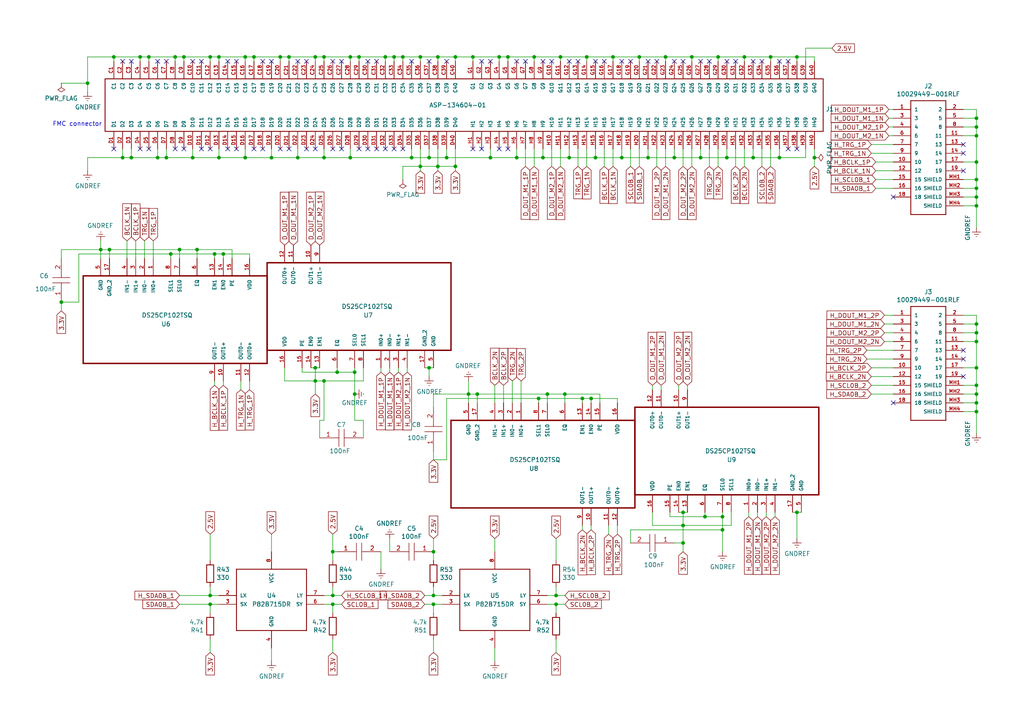
<source format=kicad_sch>
(kicad_sch (version 20211123) (generator eeschema)
  (paper "A4")
  (title_block (title "VMM3a hybrid adapter card for Xilinx Kintex 7 eval board") (date "2019-12-05") (company "ESS/CERN"))
  (junction (at 165.1 45.72))
  (junction (at 162.56 16.51))
  (junction (at 57.15 72.39))
  (junction (at 231.14 16.51))
  (junction (at 86.36 45.72))
  (junction (at 231.14 148.59))
  (junction (at 138.43 114.3))
  (junction (at 125.73 160.02))
  (junction (at 25.4 24.13))
  (junction (at 91.44 110.49))
  (junction (at 283.21 59.69))
  (junction (at 73.66 16.51))
  (junction (at 35.56 45.72))
  (junction (at 283.21 36.83))
  (junction (at 236.22 45.72))
  (junction (at 124.46 106.68))
  (junction (at 170.18 16.51))
  (junction (at 33.02 16.51))
  (junction (at 180.34 45.72))
  (junction (at 209.55 149.86))
  (junction (at 125.73 172.72))
  (junction (at 91.44 106.68))
  (junction (at 154.94 16.51))
  (junction (at 208.28 16.51))
  (junction (at 210.82 45.72))
  (junction (at 132.08 48.26))
  (junction (at 157.48 45.72))
  (junction (at 215.9 16.51))
  (junction (at 45.72 45.72))
  (junction (at 104.14 16.51))
  (junction (at 283.21 57.15))
  (junction (at 203.2 45.72))
  (junction (at 78.74 45.72))
  (junction (at 156.21 115.57))
  (junction (at 144.78 16.51))
  (junction (at 149.86 45.72))
  (junction (at 63.5 16.51))
  (junction (at 142.24 45.72))
  (junction (at 283.21 99.06))
  (junction (at 101.6 16.51))
  (junction (at 204.47 149.86))
  (junction (at 226.06 45.72))
  (junction (at 283.21 106.68))
  (junction (at 55.88 45.72))
  (junction (at 218.44 45.72))
  (junction (at 102.87 107.95))
  (junction (at 93.98 45.72))
  (junction (at 71.12 45.72))
  (junction (at 187.96 45.72))
  (junction (at 283.21 96.52))
  (junction (at 283.21 54.61))
  (junction (at 283.21 52.07))
  (junction (at 52.07 72.39))
  (junction (at 29.21 72.39))
  (junction (at 125.73 175.26))
  (junction (at 171.45 115.57))
  (junction (at 223.52 16.51))
  (junction (at 114.3 16.51))
  (junction (at 93.98 110.49))
  (junction (at 283.21 34.29))
  (junction (at 129.54 45.72))
  (junction (at 209.55 153.67))
  (junction (at 283.21 93.98))
  (junction (at 48.26 45.72))
  (junction (at 132.08 16.51))
  (junction (at 96.52 172.72))
  (junction (at 185.42 16.51))
  (junction (at 119.38 45.72))
  (junction (at 137.16 16.51))
  (junction (at 124.46 45.72))
  (junction (at 96.52 160.02))
  (junction (at 283.21 39.37))
  (junction (at 93.98 16.51))
  (junction (at 38.1 45.72))
  (junction (at 198.12 148.59))
  (junction (at 53.34 16.51))
  (junction (at 116.84 16.51))
  (junction (at 96.52 175.26))
  (junction (at 102.87 114.3))
  (junction (at 198.12 152.4))
  (junction (at 63.5 45.72))
  (junction (at 49.53 73.66))
  (junction (at 43.18 16.51))
  (junction (at 50.8 16.51))
  (junction (at 62.23 73.66))
  (junction (at 283.21 111.76))
  (junction (at 158.75 114.3))
  (junction (at 111.76 16.51))
  (junction (at 40.64 16.51))
  (junction (at 198.12 157.48))
  (junction (at 83.82 16.51))
  (junction (at 177.8 16.51))
  (junction (at 81.28 16.51))
  (junction (at 200.66 16.51))
  (junction (at 161.29 175.26))
  (junction (at 17.78 87.63))
  (junction (at 64.77 73.66))
  (junction (at 172.72 45.72))
  (junction (at 283.21 119.38))
  (junction (at 283.21 114.3))
  (junction (at 283.21 46.99))
  (junction (at 168.91 115.57))
  (junction (at 121.92 16.51))
  (junction (at 193.04 16.51))
  (junction (at 97.79 107.95))
  (junction (at 283.21 116.84))
  (junction (at 121.92 48.26))
  (junction (at 147.32 16.51))
  (junction (at 161.29 172.72))
  (junction (at 60.96 16.51))
  (junction (at 71.12 16.51))
  (junction (at 101.6 45.72))
  (junction (at 60.96 172.72))
  (junction (at 135.89 114.3))
  (junction (at 163.83 114.3))
  (junction (at 127 16.51))
  (junction (at 127 48.26))
  (junction (at 195.58 45.72))
  (junction (at 31.75 72.39))
  (junction (at 60.96 175.26))
  (junction (at 91.44 16.51))
  (no_connect (at 149.86 17.78))
  (no_connect (at 83.82 43.18))
  (no_connect (at 228.6 17.78))
  (no_connect (at 43.18 43.18))
  (no_connect (at 213.36 17.78))
  (no_connect (at 45.72 17.78))
  (no_connect (at 139.7 43.18))
  (no_connect (at 109.22 43.18))
  (no_connect (at 157.48 17.78))
  (no_connect (at 86.36 17.78))
  (no_connect (at 109.22 17.78))
  (no_connect (at 187.96 17.78))
  (no_connect (at 190.5 17.78))
  (no_connect (at 152.4 17.78))
  (no_connect (at 119.38 17.78))
  (no_connect (at 104.14 43.18))
  (no_connect (at 144.78 43.18))
  (no_connect (at 205.74 17.78))
  (no_connect (at 172.72 17.78))
  (no_connect (at 88.9 17.78))
  (no_connect (at 55.88 17.78))
  (no_connect (at 88.9 43.18))
  (no_connect (at 279.4 104.14))
  (no_connect (at 137.16 43.18))
  (no_connect (at 147.32 43.18))
  (no_connect (at 33.02 43.18))
  (no_connect (at 99.06 43.18))
  (no_connect (at 182.88 17.78))
  (no_connect (at 76.2 17.78))
  (no_connect (at 60.96 43.18))
  (no_connect (at 279.4 41.91))
  (no_connect (at 99.06 17.78))
  (no_connect (at 198.12 17.78))
  (no_connect (at 160.02 17.78))
  (no_connect (at 40.64 43.18))
  (no_connect (at 139.7 17.78))
  (no_connect (at 35.56 17.78))
  (no_connect (at 58.42 43.18))
  (no_connect (at 279.4 49.53))
  (no_connect (at 50.8 43.18))
  (no_connect (at 66.04 17.78))
  (no_connect (at 231.14 43.18))
  (no_connect (at 210.82 17.78))
  (no_connect (at 48.26 17.78))
  (no_connect (at 124.46 17.78))
  (no_connect (at 66.04 43.18))
  (no_connect (at 53.34 43.18))
  (no_connect (at 175.26 17.78))
  (no_connect (at 259.08 57.15))
  (no_connect (at 81.28 43.18))
  (no_connect (at 165.1 17.78))
  (no_connect (at 96.52 17.78))
  (no_connect (at 38.1 17.78))
  (no_connect (at 259.08 116.84))
  (no_connect (at 68.58 43.18))
  (no_connect (at 73.66 43.18))
  (no_connect (at 58.42 17.78))
  (no_connect (at 228.6 43.18))
  (no_connect (at 111.76 43.18))
  (no_connect (at 129.54 17.78))
  (no_connect (at 279.4 101.6))
  (no_connect (at 114.3 43.18))
  (no_connect (at 167.64 17.78))
  (no_connect (at 218.44 17.78))
  (no_connect (at 106.68 43.18))
  (no_connect (at 203.2 17.78))
  (no_connect (at 180.34 17.78))
  (no_connect (at 142.24 17.78))
  (no_connect (at 68.58 17.78))
  (no_connect (at 91.44 43.18))
  (no_connect (at 220.98 17.78))
  (no_connect (at 195.58 17.78))
  (no_connect (at 279.4 44.45))
  (no_connect (at 106.68 17.78))
  (no_connect (at 76.2 43.18))
  (no_connect (at 279.4 109.22))
  (no_connect (at 116.84 43.18))
  (no_connect (at 226.06 17.78))
  (no_connect (at 96.52 43.18))
  (no_connect (at 78.74 17.78))
  (wire (pts (xy 257.81 39.37) (xy 259.08 39.37)))
  (wire (pts (xy 168.91 115.57) (xy 168.91 116.84)))
  (wire (pts (xy 101.6 17.78) (xy 101.6 16.51)))
  (wire (pts (xy 36.83 69.85) (xy 36.83 74.93)))
  (wire (pts (xy 71.12 17.78) (xy 71.12 16.51)))
  (wire (pts (xy 96.52 170.18) (xy 96.52 172.72)))
  (wire (pts (xy 257.81 31.75) (xy 259.08 31.75)))
  (wire (pts (xy 194.31 149.86) (xy 204.47 149.86)))
  (wire (pts (xy 224.79 148.59) (xy 224.79 149.86)))
  (wire (pts (xy 125.73 189.23) (xy 125.73 185.42)))
  (wire (pts (xy 129.54 133.35) (xy 129.54 115.57)))
  (wire (pts (xy 226.06 45.72) (xy 218.44 45.72)))
  (wire (pts (xy 86.36 43.18) (xy 86.36 45.72)))
  (wire (pts (xy 279.4 119.38) (xy 283.21 119.38)))
  (wire (pts (xy 127 43.18) (xy 127 48.26)))
  (wire (pts (xy 218.44 43.18) (xy 218.44 45.72)))
  (wire (pts (xy 125.73 114.3) (xy 135.89 114.3)))
  (wire (pts (xy 172.72 43.18) (xy 172.72 45.72)))
  (wire (pts (xy 189.23 113.03) (xy 189.23 111.76)))
  (wire (pts (xy 283.21 119.38) (xy 283.21 125.73)))
  (wire (pts (xy 127 17.78) (xy 127 16.51)))
  (wire (pts (xy 25.4 24.13) (xy 25.4 26.67)))
  (wire (pts (xy 38.1 43.18) (xy 38.1 45.72)))
  (wire (pts (xy 60.96 172.72) (xy 63.5 172.72)))
  (wire (pts (xy 203.2 45.72) (xy 195.58 45.72)))
  (wire (pts (xy 93.98 45.72) (xy 86.36 45.72)))
  (wire (pts (xy 67.31 72.39) (xy 67.31 74.93)))
  (wire (pts (xy 229.87 148.59) (xy 231.14 148.59)))
  (wire (pts (xy 252.73 114.3) (xy 259.08 114.3)))
  (wire (pts (xy 283.21 96.52) (xy 283.21 99.06)))
  (wire (pts (xy 219.71 148.59) (xy 219.71 149.86)))
  (wire (pts (xy 233.68 45.72) (xy 226.06 45.72)))
  (wire (pts (xy 138.43 116.84) (xy 138.43 114.3)))
  (wire (pts (xy 127 48.26) (xy 132.08 48.26)))
  (wire (pts (xy 215.9 43.18) (xy 215.9 48.26)))
  (wire (pts (xy 257.81 34.29) (xy 259.08 34.29)))
  (wire (pts (xy 119.38 45.72) (xy 101.6 45.72)))
  (wire (pts (xy 33.02 16.51) (xy 40.64 16.51)))
  (wire (pts (xy 149.86 43.18) (xy 149.86 45.72)))
  (wire (pts (xy 125.73 114.3) (xy 125.73 118.11)))
  (wire (pts (xy 116.84 17.78) (xy 116.84 16.51)))
  (wire (pts (xy 157.48 43.18) (xy 157.48 45.72)))
  (wire (pts (xy 62.23 73.66) (xy 64.77 73.66)))
  (wire (pts (xy 143.51 156.21) (xy 143.51 160.02)))
  (wire (pts (xy 172.72 45.72) (xy 165.1 45.72)))
  (wire (pts (xy 93.98 17.78) (xy 93.98 16.51)))
  (wire (pts (xy 254 54.61) (xy 259.08 54.61)))
  (wire (pts (xy 124.46 45.72) (xy 119.38 45.72)))
  (wire (pts (xy 60.96 17.78) (xy 60.96 16.51)))
  (wire (pts (xy 93.98 43.18) (xy 93.98 45.72)))
  (wire (pts (xy 254 46.99) (xy 259.08 46.99)))
  (wire (pts (xy 132.08 48.26) (xy 132.08 49.53)))
  (wire (pts (xy 87.63 107.95) (xy 97.79 107.95)))
  (wire (pts (xy 123.19 175.26) (xy 125.73 175.26)))
  (wire (pts (xy 96.52 154.94) (xy 96.52 160.02)))
  (wire (pts (xy 38.1 45.72) (xy 35.56 45.72)))
  (wire (pts (xy 185.42 16.51) (xy 193.04 16.51)))
  (wire (pts (xy 176.53 154.94) (xy 176.53 152.4)))
  (wire (pts (xy 283.21 57.15) (xy 283.21 54.61)))
  (wire (pts (xy 233.68 13.97) (xy 233.68 17.78)))
  (wire (pts (xy 195.58 45.72) (xy 187.96 45.72)))
  (wire (pts (xy 279.4 91.44) (xy 283.21 91.44)))
  (wire (pts (xy 168.91 115.57) (xy 171.45 115.57)))
  (wire (pts (xy 110.49 106.68) (xy 110.49 107.95)))
  (wire (pts (xy 283.21 34.29) (xy 283.21 31.75)))
  (wire (pts (xy 147.32 17.78) (xy 147.32 16.51)))
  (wire (pts (xy 132.08 43.18) (xy 132.08 48.26)))
  (wire (pts (xy 129.54 115.57) (xy 156.21 115.57)))
  (wire (pts (xy 104.14 17.78) (xy 104.14 16.51)))
  (wire (pts (xy 115.57 106.68) (xy 115.57 107.95)))
  (wire (pts (xy 138.43 114.3) (xy 158.75 114.3)))
  (wire (pts (xy 17.78 90.17) (xy 17.78 87.63)))
  (wire (pts (xy 210.82 43.18) (xy 210.82 45.72)))
  (wire (pts (xy 200.66 43.18) (xy 200.66 48.26)))
  (wire (pts (xy 91.44 110.49) (xy 82.55 110.49)))
  (wire (pts (xy 101.6 43.18) (xy 101.6 45.72)))
  (wire (pts (xy 190.5 43.18) (xy 190.5 48.26)))
  (wire (pts (xy 156.21 115.57) (xy 168.91 115.57)))
  (wire (pts (xy 161.29 177.8) (xy 161.29 175.26)))
  (wire (pts (xy 200.66 17.78) (xy 200.66 16.51)))
  (wire (pts (xy 156.21 116.84) (xy 156.21 115.57)))
  (wire (pts (xy 151.13 116.84) (xy 151.13 110.49)))
  (wire (pts (xy 17.78 74.93) (xy 17.78 72.39)))
  (wire (pts (xy 45.72 45.72) (xy 38.1 45.72)))
  (wire (pts (xy 283.21 46.99) (xy 283.21 39.37)))
  (wire (pts (xy 63.5 45.72) (xy 55.88 45.72)))
  (wire (pts (xy 104.14 16.51) (xy 111.76 16.51)))
  (wire (pts (xy 177.8 17.78) (xy 177.8 16.51)))
  (wire (pts (xy 198.12 148.59) (xy 196.85 148.59)))
  (wire (pts (xy 81.28 16.51) (xy 83.82 16.51)))
  (wire (pts (xy 177.8 43.18) (xy 177.8 48.26)))
  (wire (pts (xy 180.34 43.18) (xy 180.34 45.72)))
  (wire (pts (xy 193.04 16.51) (xy 200.66 16.51)))
  (wire (pts (xy 148.59 110.49) (xy 148.59 116.84)))
  (wire (pts (xy 114.3 17.78) (xy 114.3 16.51)))
  (wire (pts (xy 175.26 43.18) (xy 175.26 48.26)))
  (wire (pts (xy 218.44 45.72) (xy 210.82 45.72)))
  (wire (pts (xy 196.85 113.03) (xy 196.85 111.76)))
  (wire (pts (xy 152.4 43.18) (xy 152.4 48.26)))
  (wire (pts (xy 144.78 17.78) (xy 144.78 16.51)))
  (wire (pts (xy 193.04 17.78) (xy 193.04 16.51)))
  (wire (pts (xy 93.98 16.51) (xy 101.6 16.51)))
  (wire (pts (xy 171.45 153.67) (xy 171.45 152.4)))
  (wire (pts (xy 233.68 13.97) (xy 241.3 13.97)))
  (wire (pts (xy 157.48 45.72) (xy 149.86 45.72)))
  (wire (pts (xy 71.12 43.18) (xy 71.12 45.72)))
  (wire (pts (xy 252.73 41.91) (xy 259.08 41.91)))
  (wire (pts (xy 49.53 73.66) (xy 62.23 73.66)))
  (wire (pts (xy 252.73 44.45) (xy 259.08 44.45)))
  (wire (pts (xy 97.79 106.68) (xy 97.79 107.95)))
  (wire (pts (xy 168.91 153.67) (xy 168.91 152.4)))
  (wire (pts (xy 82.55 106.68) (xy 82.55 110.49)))
  (wire (pts (xy 78.74 191.77) (xy 78.74 187.96)))
  (wire (pts (xy 96.52 175.26) (xy 99.06 175.26)))
  (wire (pts (xy 283.21 31.75) (xy 279.4 31.75)))
  (wire (pts (xy 194.31 148.59) (xy 194.31 149.86)))
  (wire (pts (xy 116.84 52.07) (xy 116.84 48.26)))
  (wire (pts (xy 198.12 152.4) (xy 189.23 152.4)))
  (wire (pts (xy 209.55 149.86) (xy 209.55 153.67)))
  (wire (pts (xy 251.46 101.6) (xy 259.08 101.6)))
  (wire (pts (xy 252.73 109.22) (xy 259.08 109.22)))
  (wire (pts (xy 92.71 127) (xy 92.71 121.92)))
  (wire (pts (xy 105.41 110.49) (xy 93.98 110.49)))
  (wire (pts (xy 142.24 45.72) (xy 129.54 45.72)))
  (wire (pts (xy 279.4 54.61) (xy 283.21 54.61)))
  (wire (pts (xy 35.56 43.18) (xy 35.56 45.72)))
  (wire (pts (xy 119.38 43.18) (xy 119.38 45.72)))
  (wire (pts (xy 146.05 116.84) (xy 146.05 111.76)))
  (wire (pts (xy 41.91 74.93) (xy 41.91 69.85)))
  (wire (pts (xy 254 52.07) (xy 259.08 52.07)))
  (wire (pts (xy 212.09 148.59) (xy 212.09 152.4)))
  (wire (pts (xy 101.6 45.72) (xy 93.98 45.72)))
  (wire (pts (xy 62.23 111.76) (xy 62.23 110.49)))
  (wire (pts (xy 163.83 116.84) (xy 163.83 114.3)))
  (wire (pts (xy 279.4 59.69) (xy 283.21 59.69)))
  (wire (pts (xy 161.29 170.18) (xy 161.29 172.72)))
  (wire (pts (xy 283.21 116.84) (xy 283.21 119.38)))
  (wire (pts (xy 283.21 114.3) (xy 283.21 116.84)))
  (wire (pts (xy 121.92 48.26) (xy 127 48.26)))
  (wire (pts (xy 137.16 16.51) (xy 144.78 16.51)))
  (wire (pts (xy 215.9 17.78) (xy 215.9 16.51)))
  (wire (pts (xy 283.21 111.76) (xy 283.21 114.3)))
  (wire (pts (xy 161.29 172.72) (xy 163.83 172.72)))
  (wire (pts (xy 215.9 16.51) (xy 223.52 16.51)))
  (wire (pts (xy 209.55 148.59) (xy 209.55 149.86)))
  (wire (pts (xy 162.56 43.18) (xy 162.56 48.26)))
  (wire (pts (xy 283.21 93.98) (xy 283.21 96.52)))
  (wire (pts (xy 49.53 74.93) (xy 49.53 73.66)))
  (wire (pts (xy 132.08 16.51) (xy 132.08 17.78)))
  (wire (pts (xy 102.87 114.3) (xy 102.87 121.92)))
  (wire (pts (xy 105.41 121.92) (xy 102.87 121.92)))
  (wire (pts (xy 110.49 160.02) (xy 110.49 165.1)))
  (wire (pts (xy 121.92 48.26) (xy 121.92 49.53)))
  (wire (pts (xy 64.77 73.66) (xy 64.77 74.93)))
  (wire (pts (xy 125.73 130.81) (xy 125.73 133.35)))
  (wire (pts (xy 55.88 45.72) (xy 48.26 45.72)))
  (wire (pts (xy 182.88 43.18) (xy 182.88 48.26)))
  (wire (pts (xy 205.74 43.18) (xy 205.74 48.26)))
  (wire (pts (xy 143.51 187.96) (xy 143.51 191.77)))
  (wire (pts (xy 63.5 17.78) (xy 63.5 16.51)))
  (wire (pts (xy 231.14 148.59) (xy 231.14 156.21)))
  (wire (pts (xy 102.87 107.95) (xy 102.87 114.3)))
  (wire (pts (xy 187.96 43.18) (xy 187.96 45.72)))
  (wire (pts (xy 204.47 148.59) (xy 204.47 149.86)))
  (wire (pts (xy 125.73 160.02) (xy 125.73 162.56)))
  (wire (pts (xy 78.74 43.18) (xy 78.74 45.72)))
  (wire (pts (xy 124.46 109.22) (xy 124.46 106.68)))
  (wire (pts (xy 231.14 16.51) (xy 236.22 16.51)))
  (wire (pts (xy 167.64 43.18) (xy 167.64 48.26)))
  (wire (pts (xy 254 49.53) (xy 259.08 49.53)))
  (wire (pts (xy 69.85 113.03) (xy 69.85 110.49)))
  (wire (pts (xy 60.96 16.51) (xy 63.5 16.51)))
  (wire (pts (xy 64.77 73.66) (xy 72.39 73.66)))
  (wire (pts (xy 283.21 36.83) (xy 283.21 34.29)))
  (wire (pts (xy 252.73 106.68) (xy 259.08 106.68)))
  (wire (pts (xy 171.45 115.57) (xy 179.07 115.57)))
  (wire (pts (xy 90.17 106.68) (xy 91.44 106.68)))
  (wire (pts (xy 135.89 114.3) (xy 135.89 116.84)))
  (wire (pts (xy 105.41 127) (xy 105.41 121.92)))
  (wire (pts (xy 279.4 106.68) (xy 283.21 106.68)))
  (wire (pts (xy 279.4 116.84) (xy 283.21 116.84)))
  (wire (pts (xy 35.56 45.72) (xy 25.4 45.72)))
  (wire (pts (xy 124.46 106.68) (xy 125.73 106.68)))
  (wire (pts (xy 116.84 16.51) (xy 121.92 16.51)))
  (wire (pts (xy 63.5 16.51) (xy 71.12 16.51)))
  (wire (pts (xy 283.21 106.68) (xy 283.21 111.76)))
  (wire (pts (xy 162.56 17.78) (xy 162.56 16.51)))
  (wire (pts (xy 91.44 106.68) (xy 92.71 106.68)))
  (wire (pts (xy 158.75 116.84) (xy 158.75 114.3)))
  (wire (pts (xy 33.02 16.51) (xy 25.4 16.51)))
  (wire (pts (xy 96.52 160.02) (xy 97.79 160.02)))
  (wire (pts (xy 182.88 157.48) (xy 182.88 153.67)))
  (wire (pts (xy 121.92 43.18) (xy 121.92 48.26)))
  (wire (pts (xy 83.82 16.51) (xy 91.44 16.51)))
  (wire (pts (xy 182.88 153.67) (xy 209.55 153.67)))
  (wire (pts (xy 71.12 16.51) (xy 73.66 16.51)))
  (wire (pts (xy 113.03 106.68) (xy 113.03 107.95)))
  (wire (pts (xy 135.89 114.3) (xy 135.89 110.49)))
  (wire (pts (xy 283.21 59.69) (xy 283.21 57.15)))
  (wire (pts (xy 279.4 99.06) (xy 283.21 99.06)))
  (wire (pts (xy 162.56 16.51) (xy 170.18 16.51)))
  (wire (pts (xy 209.55 153.67) (xy 209.55 160.02)))
  (wire (pts (xy 170.18 17.78) (xy 170.18 16.51)))
  (wire (pts (xy 213.36 43.18) (xy 213.36 48.26)))
  (wire (pts (xy 57.15 72.39) (xy 67.31 72.39)))
  (wire (pts (xy 78.74 160.02) (xy 78.74 154.94)))
  (wire (pts (xy 179.07 115.57) (xy 179.07 116.84)))
  (wire (pts (xy 256.54 99.06) (xy 259.08 99.06)))
  (wire (pts (xy 189.23 148.59) (xy 189.23 152.4)))
  (wire (pts (xy 44.45 74.93) (xy 44.45 69.85)))
  (wire (pts (xy 81.28 17.78) (xy 81.28 16.51)))
  (wire (pts (xy 279.4 52.07) (xy 283.21 52.07)))
  (wire (pts (xy 55.88 43.18) (xy 55.88 45.72)))
  (wire (pts (xy 29.21 72.39) (xy 17.78 72.39)))
  (wire (pts (xy 283.21 99.06) (xy 283.21 106.68)))
  (wire (pts (xy 223.52 43.18) (xy 223.52 48.26)))
  (wire (pts (xy 129.54 43.18) (xy 129.54 45.72)))
  (wire (pts (xy 142.24 43.18) (xy 142.24 45.72)))
  (wire (pts (xy 31.75 74.93) (xy 31.75 72.39)))
  (wire (pts (xy 144.78 16.51) (xy 147.32 16.51)))
  (wire (pts (xy 73.66 17.78) (xy 73.66 16.51)))
  (wire (pts (xy 72.39 74.93) (xy 72.39 73.66)))
  (wire (pts (xy 60.96 170.18) (xy 60.96 172.72)))
  (wire (pts (xy 231.14 148.59) (xy 232.41 148.59)))
  (wire (pts (xy 105.41 106.68) (xy 105.41 110.49)))
  (wire (pts (xy 283.21 52.07) (xy 283.21 46.99)))
  (wire (pts (xy 125.73 170.18) (xy 125.73 172.72)))
  (wire (pts (xy 71.12 45.72) (xy 63.5 45.72)))
  (wire (pts (xy 154.94 16.51) (xy 162.56 16.51)))
  (wire (pts (xy 40.64 17.78) (xy 40.64 16.51)))
  (wire (pts (xy 208.28 43.18) (xy 208.28 48.26)))
  (wire (pts (xy 279.4 96.52) (xy 283.21 96.52)))
  (wire (pts (xy 279.4 114.3) (xy 283.21 114.3)))
  (wire (pts (xy 170.18 43.18) (xy 170.18 48.26)))
  (wire (pts (xy 48.26 43.18) (xy 48.26 45.72)))
  (wire (pts (xy 180.34 45.72) (xy 172.72 45.72)))
  (wire (pts (xy 114.3 16.51) (xy 116.84 16.51)))
  (wire (pts (xy 64.77 111.76) (xy 64.77 110.49)))
  (wire (pts (xy 279.4 34.29) (xy 283.21 34.29)))
  (wire (pts (xy 22.86 73.66) (xy 22.86 87.63)))
  (wire (pts (xy 87.63 106.68) (xy 87.63 107.95)))
  (wire (pts (xy 220.98 43.18) (xy 220.98 48.26)))
  (wire (pts (xy 236.22 16.51) (xy 236.22 17.78)))
  (wire (pts (xy 279.4 93.98) (xy 283.21 93.98)))
  (wire (pts (xy 96.52 189.23) (xy 96.52 185.42)))
  (wire (pts (xy 149.86 45.72) (xy 142.24 45.72)))
  (wire (pts (xy 161.29 189.23) (xy 161.29 185.42)))
  (wire (pts (xy 116.84 48.26) (xy 121.92 48.26)))
  (wire (pts (xy 40.64 16.51) (xy 43.18 16.51)))
  (wire (pts (xy 48.26 45.72) (xy 45.72 45.72)))
  (wire (pts (xy 279.4 39.37) (xy 283.21 39.37)))
  (wire (pts (xy 60.96 189.23) (xy 60.96 185.42)))
  (wire (pts (xy 257.81 36.83) (xy 259.08 36.83)))
  (wire (pts (xy 154.94 17.78) (xy 154.94 16.51)))
  (wire (pts (xy 173.99 116.84) (xy 173.99 114.3)))
  (wire (pts (xy 60.96 154.94) (xy 60.96 162.56)))
  (wire (pts (xy 222.25 148.59) (xy 222.25 149.86)))
  (wire (pts (xy 125.73 156.21) (xy 125.73 160.02)))
  (wire (pts (xy 283.21 39.37) (xy 283.21 36.83)))
  (wire (pts (xy 187.96 45.72) (xy 180.34 45.72)))
  (wire (pts (xy 25.4 16.51) (xy 25.4 24.13)))
  (wire (pts (xy 31.75 72.39) (xy 29.21 72.39)))
  (wire (pts (xy 50.8 16.51) (xy 53.34 16.51)))
  (wire (pts (xy 279.4 111.76) (xy 283.21 111.76)))
  (wire (pts (xy 52.07 72.39) (xy 31.75 72.39)))
  (wire (pts (xy 279.4 36.83) (xy 283.21 36.83)))
  (wire (pts (xy 123.19 106.68) (xy 124.46 106.68)))
  (wire (pts (xy 185.42 17.78) (xy 185.42 16.51)))
  (wire (pts (xy 118.11 106.68) (xy 118.11 107.95)))
  (wire (pts (xy 283.21 59.69) (xy 283.21 66.04)))
  (wire (pts (xy 236.22 43.18) (xy 236.22 45.72)))
  (wire (pts (xy 143.51 116.84) (xy 143.51 111.76)))
  (wire (pts (xy 111.76 17.78) (xy 111.76 16.51)))
  (wire (pts (xy 33.02 17.78) (xy 33.02 16.51)))
  (wire (pts (xy 199.39 148.59) (xy 198.12 148.59)))
  (wire (pts (xy 195.58 43.18) (xy 195.58 45.72)))
  (wire (pts (xy 45.72 43.18) (xy 45.72 45.72)))
  (wire (pts (xy 179.07 154.94) (xy 179.07 152.4)))
  (wire (pts (xy 102.87 107.95) (xy 102.87 106.68)))
  (wire (pts (xy 283.21 54.61) (xy 283.21 52.07)))
  (wire (pts (xy 25.4 45.72) (xy 25.4 49.53)))
  (wire (pts (xy 60.96 175.26) (xy 63.5 175.26)))
  (wire (pts (xy 97.79 107.95) (xy 102.87 107.95)))
  (wire (pts (xy 208.28 16.51) (xy 215.9 16.51)))
  (wire (pts (xy 251.46 104.14) (xy 259.08 104.14)))
  (wire (pts (xy 226.06 43.18) (xy 226.06 45.72)))
  (wire (pts (xy 217.17 148.59) (xy 217.17 149.86)))
  (wire (pts (xy 177.8 16.51) (xy 185.42 16.51)))
  (wire (pts (xy 161.29 175.26) (xy 163.83 175.26)))
  (wire (pts (xy 160.02 43.18) (xy 160.02 48.26)))
  (wire (pts (xy 256.54 96.52) (xy 259.08 96.52)))
  (wire (pts (xy 212.09 152.4) (xy 198.12 152.4)))
  (wire (pts (xy 52.07 175.26) (xy 60.96 175.26)))
  (wire (pts (xy 86.36 45.72) (xy 78.74 45.72)))
  (wire (pts (xy 121.92 17.78) (xy 121.92 16.51)))
  (wire (pts (xy 233.68 43.18) (xy 233.68 45.72)))
  (wire (pts (xy 185.42 43.18) (xy 185.42 48.26)))
  (wire (pts (xy 210.82 45.72) (xy 203.2 45.72)))
  (wire (pts (xy 198.12 43.18) (xy 198.12 48.26)))
  (wire (pts (xy 170.18 16.51) (xy 177.8 16.51)))
  (wire (pts (xy 60.96 177.8) (xy 60.96 175.26)))
  (wire (pts (xy 165.1 45.72) (xy 157.48 45.72)))
  (wire (pts (xy 154.94 43.18) (xy 154.94 48.26)))
  (wire (pts (xy 256.54 93.98) (xy 259.08 93.98)))
  (wire (pts (xy 101.6 16.51) (xy 104.14 16.51)))
  (wire (pts (xy 52.07 172.72) (xy 60.96 172.72)))
  (wire (pts (xy 195.58 157.48) (xy 198.12 157.48)))
  (wire (pts (xy 93.98 121.92) (xy 93.98 110.49)))
  (wire (pts (xy 208.28 17.78) (xy 208.28 16.51)))
  (wire (pts (xy 279.4 46.99) (xy 283.21 46.99)))
  (wire (pts (xy 39.37 74.93) (xy 39.37 69.85)))
  (wire (pts (xy 191.77 113.03) (xy 191.77 111.76)))
  (wire (pts (xy 49.53 73.66) (xy 22.86 73.66)))
  (wire (pts (xy 96.52 160.02) (xy 96.52 162.56)))
  (wire (pts (xy 127 48.26) (xy 127 49.53)))
  (wire (pts (xy 279.4 57.15) (xy 283.21 57.15)))
  (wire (pts (xy 200.66 16.51) (xy 208.28 16.51)))
  (wire (pts (xy 161.29 156.21) (xy 161.29 162.56)))
  (wire (pts (xy 121.92 16.51) (xy 127 16.51)))
  (wire (pts (xy 158.75 175.26) (xy 161.29 175.26)))
  (wire (pts (xy 147.32 16.51) (xy 154.94 16.51)))
  (wire (pts (xy 198.12 152.4) (xy 198.12 148.59)))
  (wire (pts (xy 73.66 16.51) (xy 81.28 16.51)))
  (wire (pts (xy 129.54 45.72) (xy 124.46 45.72)))
  (wire (pts (xy 53.34 16.51) (xy 60.96 16.51)))
  (wire (pts (xy 236.22 45.72) (xy 236.22 48.26)))
  (wire (pts (xy 29.21 74.93) (xy 29.21 72.39)))
  (wire (pts (xy 111.76 16.51) (xy 114.3 16.51)))
  (wire (pts (xy 165.1 43.18) (xy 165.1 45.72)))
  (wire (pts (xy 53.34 17.78) (xy 53.34 16.51)))
  (wire (pts (xy 43.18 16.51) (xy 50.8 16.51)))
  (wire (pts (xy 223.52 16.51) (xy 231.14 16.51)))
  (wire (pts (xy 125.73 133.35) (xy 129.54 133.35)))
  (wire (pts (xy 173.99 114.3) (xy 163.83 114.3)))
  (wire (pts (xy 199.39 113.03) (xy 199.39 111.76)))
  (wire (pts (xy 91.44 110.49) (xy 91.44 114.3)))
  (wire (pts (xy 92.71 121.92) (xy 93.98 121.92)))
  (wire (pts (xy 252.73 111.76) (xy 259.08 111.76)))
  (wire (pts (xy 124.46 43.18) (xy 124.46 45.72)))
  (wire (pts (xy 29.21 72.39) (xy 29.21 69.85)))
  (wire (pts (xy 52.07 72.39) (xy 57.15 72.39)))
  (wire (pts (xy 72.39 113.03) (xy 72.39 110.49)))
  (wire (pts (xy 57.15 72.39) (xy 57.15 74.93)))
  (wire (pts (xy 223.52 17.78) (xy 223.52 16.51)))
  (wire (pts (xy 62.23 73.66) (xy 62.23 74.93)))
  (wire (pts (xy 163.83 114.3) (xy 158.75 114.3)))
  (wire (pts (xy 198.12 152.4) (xy 198.12 157.48)))
  (wire (pts (xy 83.82 17.78) (xy 83.82 16.51)))
  (wire (pts (xy 135.89 114.3) (xy 138.43 114.3)))
  (wire (pts (xy 113.03 160.02) (xy 113.03 156.21)))
  (wire (pts (xy 93.98 175.26) (xy 96.52 175.26)))
  (wire (pts (xy 127 16.51) (xy 132.08 16.51)))
  (wire (pts (xy 43.18 17.78) (xy 43.18 16.51)))
  (wire (pts (xy 123.19 172.72) (xy 125.73 172.72)))
  (wire (pts (xy 50.8 17.78) (xy 50.8 16.51)))
  (wire (pts (xy 171.45 116.84) (xy 171.45 115.57)))
  (wire (pts (xy 63.5 43.18) (xy 63.5 45.72)))
  (wire (pts (xy 91.44 17.78) (xy 91.44 16.51)))
  (wire (pts (xy 132.08 16.51) (xy 137.16 16.51)))
  (wire (pts (xy 283.21 91.44) (xy 283.21 93.98)))
  (wire (pts (xy 231.14 17.78) (xy 231.14 16.51)))
  (wire (pts (xy 93.98 110.49) (xy 91.44 110.49)))
  (wire (pts (xy 193.04 43.18) (xy 193.04 48.26)))
  (wire (pts (xy 198.12 157.48) (xy 198.12 160.02)))
  (wire (pts (xy 137.16 16.51) (xy 137.16 17.78)))
  (wire (pts (xy 125.73 175.26) (xy 128.27 175.26)))
  (wire (pts (xy 125.73 177.8) (xy 125.73 175.26)))
  (wire (pts (xy 78.74 45.72) (xy 71.12 45.72)))
  (wire (pts (xy 91.44 110.49) (xy 91.44 106.68)))
  (wire (pts (xy 52.07 74.93) (xy 52.07 72.39)))
  (wire (pts (xy 96.52 175.26) (xy 96.52 177.8)))
  (wire (pts (xy 158.75 172.72) (xy 161.29 172.72)))
  (wire (pts (xy 91.44 16.51) (xy 93.98 16.51)))
  (wire (pts (xy 96.52 172.72) (xy 99.06 172.72)))
  (wire (pts (xy 22.86 87.63) (xy 17.78 87.63)))
  (wire (pts (xy 125.73 172.72) (xy 128.27 172.72)))
  (wire (pts (xy 17.78 24.13) (xy 25.4 24.13)))
  (wire (pts (xy 204.47 149.86) (xy 209.55 149.86)))
  (wire (pts (xy 256.54 91.44) (xy 259.08 91.44)))
  (wire (pts (xy 93.98 172.72) (xy 96.52 172.72)))
  (wire (pts (xy 203.2 43.18) (xy 203.2 45.72)))
  (text "FMC connector" (at 15.24 36.83 0) (effects (font (size 1.27 1.27)) (justify left bottom)))
  (global_label "D_OUT_M1_2N" (shape input) (at 193.04 48.26 270) (property "Intersheet References" "${INTERSHEET_REFS}" (effects hide)))
  (global_label "H_DOUT_M1_2N" (shape input) (at 219.71 149.86 270) (property "Intersheet References" "${INTERSHEET_REFS}" (effects hide)))
  (global_label "TRG_2P" (shape input) (at 205.74 48.26 270) (property "Intersheet References" "${INTERSHEET_REFS}" (effects hide)))
  (global_label "H_BCLK_2P" (shape input) (at 171.45 153.67 270) (property "Intersheet References" "${INTERSHEET_REFS}" (effects hide)))
  (global_label "H_TRG_2N" (shape input) (at 251.46 104.14 180) (property "Intersheet References" "${INTERSHEET_REFS}" (effects hide)))
  (global_label "H_DOUT_M2_1P" (shape input) (at 115.57 107.95 270) (property "Intersheet References" "${INTERSHEET_REFS}" (effects hide)))
  (global_label "3.3V" (shape input) (at 132.08 49.53 270) (property "Intersheet References" "${INTERSHEET_REFS}" (effects hide)))
  (global_label "3.3V" (shape input) (at 121.92 49.53 270) (property "Intersheet References" "${INTERSHEET_REFS}" (effects hide)))
  (global_label "D_OUT_M1_1P" (shape input) (at 82.55 71.12 90) (property "Intersheet References" "${INTERSHEET_REFS}" (effects hide)))
  (global_label "H_DOUT_M1_2P" (shape input) (at 256.54 91.44 180) (property "Intersheet References" "${INTERSHEET_REFS}" (effects hide)))
  (global_label "H_BCLK_2P" (shape input) (at 252.73 106.68 180) (property "Intersheet References" "${INTERSHEET_REFS}" (effects hide)))
  (global_label "H_BCLK_1P" (shape input) (at 254 46.99 180) (property "Intersheet References" "${INTERSHEET_REFS}" (effects hide)))
  (global_label "SCL0B_1" (shape input) (at 182.88 48.26 270) (property "Intersheet References" "${INTERSHEET_REFS}" (effects hide)))
  (global_label "SDA0B_2" (shape input) (at 123.19 175.26 180) (property "Intersheet References" "${INTERSHEET_REFS}" (effects hide)))
  (global_label "H_DOUT_M1_1P" (shape input) (at 110.49 107.95 270) (property "Intersheet References" "${INTERSHEET_REFS}" (effects hide)))
  (global_label "2.5V" (shape input) (at 236.22 48.26 270) (property "Intersheet References" "${INTERSHEET_REFS}" (effects hide)))
  (global_label "D_OUT_M2_1P" (shape input) (at 90.17 71.12 90) (property "Intersheet References" "${INTERSHEET_REFS}" (effects hide)))
  (global_label "D_OUT_M1_1N" (shape input) (at 85.09 71.12 90) (property "Intersheet References" "${INTERSHEET_REFS}" (effects hide)))
  (global_label "BCLK_1N" (shape input) (at 177.8 48.26 270) (property "Intersheet References" "${INTERSHEET_REFS}" (effects hide)))
  (global_label "H_DOUT_M2_1P" (shape input) (at 257.81 36.83 180) (property "Intersheet References" "${INTERSHEET_REFS}" (effects hide)))
  (global_label "TRG_1N" (shape input) (at 170.18 48.26 270) (property "Intersheet References" "${INTERSHEET_REFS}" (effects hide)))
  (global_label "3.3V" (shape input) (at 127 49.53 270) (property "Intersheet References" "${INTERSHEET_REFS}" (effects hide)))
  (global_label "H_DOUT_M1_2P" (shape input) (at 217.17 149.86 270) (property "Intersheet References" "${INTERSHEET_REFS}" (effects hide)))
  (global_label "H_SDA0B_1" (shape input) (at 52.07 172.72 180) (property "Intersheet References" "${INTERSHEET_REFS}" (effects hide)))
  (global_label "3.3V" (shape input) (at 125.73 189.23 270) (property "Intersheet References" "${INTERSHEET_REFS}" (effects hide)))
  (global_label "2.5V" (shape input) (at 241.3 13.97 0) (property "Intersheet References" "${INTERSHEET_REFS}" (effects hide)))
  (global_label "H_DOUT_M1_1N" (shape input) (at 257.81 34.29 180) (property "Intersheet References" "${INTERSHEET_REFS}" (effects hide)))
  (global_label "H_BCLK_2N" (shape input) (at 252.73 109.22 180) (property "Intersheet References" "${INTERSHEET_REFS}" (effects hide)))
  (global_label "H_SCL0B_2" (shape input) (at 163.83 172.72 0) (property "Intersheet References" "${INTERSHEET_REFS}" (effects hide)))
  (global_label "H_DOUT_M1_1P" (shape input) (at 257.81 31.75 180) (property "Intersheet References" "${INTERSHEET_REFS}" (effects hide)))
  (global_label "H_DOUT_M2_2P" (shape input) (at 256.54 96.52 180) (property "Intersheet References" "${INTERSHEET_REFS}" (effects hide)))
  (global_label "3.3V" (shape input) (at 143.51 156.21 90) (property "Intersheet References" "${INTERSHEET_REFS}" (effects hide)))
  (global_label "3.3V" (shape input) (at 96.52 189.23 270) (property "Intersheet References" "${INTERSHEET_REFS}" (effects hide)))
  (global_label "D_OUT_M2_2P" (shape input) (at 196.85 111.76 90) (property "Intersheet References" "${INTERSHEET_REFS}" (effects hide)))
  (global_label "TRG_2N" (shape input) (at 148.59 110.49 90) (property "Intersheet References" "${INTERSHEET_REFS}" (effects hide)))
  (global_label "BCLK_2N" (shape input) (at 143.51 111.76 90) (property "Intersheet References" "${INTERSHEET_REFS}" (effects hide)))
  (global_label "H_BCLK_1P" (shape input) (at 64.77 111.76 270) (property "Intersheet References" "${INTERSHEET_REFS}" (effects hide)))
  (global_label "D_OUT_M2_1N" (shape input) (at 162.56 48.26 270) (property "Intersheet References" "${INTERSHEET_REFS}" (effects hide)))
  (global_label "D_OUT_M2_1N" (shape input) (at 92.71 71.12 90) (property "Intersheet References" "${INTERSHEET_REFS}" (effects hide)))
  (global_label "H_TRG_2P" (shape input) (at 179.07 154.94 270) (property "Intersheet References" "${INTERSHEET_REFS}" (effects hide)))
  (global_label "BCLK_2P" (shape input) (at 213.36 48.26 270) (property "Intersheet References" "${INTERSHEET_REFS}" (effects hide)))
  (global_label "H_DOUT_M2_2P" (shape input) (at 222.25 149.86 270) (property "Intersheet References" "${INTERSHEET_REFS}" (effects hide)))
  (global_label "H_BCLK_1N" (shape input) (at 62.23 111.76 270) (property "Intersheet References" "${INTERSHEET_REFS}" (effects hide)))
  (global_label "3.3V" (shape input) (at 60.96 189.23 270) (property "Intersheet References" "${INTERSHEET_REFS}" (effects hide)))
  (global_label "3.3V" (shape input) (at 78.74 154.94 90) (property "Intersheet References" "${INTERSHEET_REFS}" (effects hide)))
  (global_label "2.5V" (shape input) (at 161.29 156.21 90) (property "Intersheet References" "${INTERSHEET_REFS}" (effects hide)))
  (global_label "BCLK_1P" (shape input) (at 175.26 48.26 270) (property "Intersheet References" "${INTERSHEET_REFS}" (effects hide)))
  (global_label "H_SDA0B_1" (shape input) (at 254 54.61 180) (property "Intersheet References" "${INTERSHEET_REFS}" (effects hide)))
  (global_label "H_SCL0B_1" (shape input) (at 99.06 172.72 0) (property "Intersheet References" "${INTERSHEET_REFS}" (effects hide)))
  (global_label "H_DOUT_M2_1N" (shape input) (at 257.81 39.37 180) (property "Intersheet References" "${INTERSHEET_REFS}" (effects hide)))
  (global_label "D_OUT_M2_2N" (shape input) (at 200.66 48.26 270) (property "Intersheet References" "${INTERSHEET_REFS}" (effects hide)))
  (global_label "SCL0B_1" (shape input) (at 99.06 175.26 0) (property "Intersheet References" "${INTERSHEET_REFS}" (effects hide)))
  (global_label "BCLK_2N" (shape input) (at 215.9 48.26 270) (property "Intersheet References" "${INTERSHEET_REFS}" (effects hide)))
  (global_label "SDA0B_2" (shape input) (at 223.52 48.26 270) (property "Intersheet References" "${INTERSHEET_REFS}" (effects hide)))
  (global_label "D_OUT_M2_2P" (shape input) (at 198.12 48.26 270) (property "Intersheet References" "${INTERSHEET_REFS}" (effects hide)))
  (global_label "H_TRG_2N" (shape input) (at 176.53 154.94 270) (property "Intersheet References" "${INTERSHEET_REFS}" (effects hide)))
  (global_label "TRG_1N" (shape input) (at 41.91 69.85 90) (property "Intersheet References" "${INTERSHEET_REFS}" (effects hide)))
  (global_label "TRG_1P" (shape input) (at 44.45 69.85 90) (property "Intersheet References" "${INTERSHEET_REFS}" (effects hide)))
  (global_label "H_TRG_2P" (shape input) (at 251.46 101.6 180) (property "Intersheet References" "${INTERSHEET_REFS}" (effects hide)))
  (global_label "H_DOUT_M2_1N" (shape input) (at 118.11 107.95 270) (property "Intersheet References" "${INTERSHEET_REFS}" (effects hide)))
  (global_label "H_BCLK_1N" (shape input) (at 254 49.53 180) (property "Intersheet References" "${INTERSHEET_REFS}" (effects hide)))
  (global_label "D_OUT_M1_1N" (shape input) (at 154.94 48.26 270) (property "Intersheet References" "${INTERSHEET_REFS}" (effects hide)))
  (global_label "H_SDA0B_2" (shape input) (at 252.73 114.3 180) (property "Intersheet References" "${INTERSHEET_REFS}" (effects hide)))
  (global_label "D_OUT_M2_1P" (shape input) (at 160.02 48.26 270) (property "Intersheet References" "${INTERSHEET_REFS}" (effects hide)))
  (global_label "D_OUT_M2_2N" (shape input) (at 199.39 111.76 90) (property "Intersheet References" "${INTERSHEET_REFS}" (effects hide)))
  (global_label "2.5V" (shape input) (at 125.73 156.21 90) (property "Intersheet References" "${INTERSHEET_REFS}" (effects hide)))
  (global_label "H_SCL0B_1" (shape input) (at 254 52.07 180) (property "Intersheet References" "${INTERSHEET_REFS}" (effects hide)))
  (global_label "3.3V" (shape input) (at 125.73 133.35 270) (property "Intersheet References" "${INTERSHEET_REFS}" (effects hide)))
  (global_label "D_OUT_M1_2P" (shape input) (at 190.5 48.26 270) (property "Intersheet References" "${INTERSHEET_REFS}" (effects hide)))
  (global_label "3.3V" (shape input) (at 161.29 189.23 270) (property "Intersheet References" "${INTERSHEET_REFS}" (effects hide)))
  (global_label "2.5V" (shape input) (at 96.52 154.94 90) (property "Intersheet References" "${INTERSHEET_REFS}" (effects hide)))
  (global_label "H_BCLK_2N" (shape input) (at 168.91 153.67 270) (property "Intersheet References" "${INTERSHEET_REFS}" (effects hide)))
  (global_label "BCLK_1N" (shape input) (at 36.83 69.85 90) (property "Intersheet References" "${INTERSHEET_REFS}" (effects hide)))
  (global_label "TRG_2N" (shape input) (at 208.28 48.26 270) (property "Intersheet References" "${INTERSHEET_REFS}" (effects hide)))
  (global_label "H_SDA0B_2" (shape input) (at 123.19 172.72 180) (property "Intersheet References" "${INTERSHEET_REFS}" (effects hide)))
  (global_label "H_TRG_1N" (shape input) (at 69.85 113.03 270) (property "Intersheet References" "${INTERSHEET_REFS}" (effects hide)))
  (global_label "D_OUT_M1_2P" (shape input) (at 189.23 111.76 90) (property "Intersheet References" "${INTERSHEET_REFS}" (effects hide)))
  (global_label "H_DOUT_M1_2N" (shape input) (at 256.54 93.98 180) (property "Intersheet References" "${INTERSHEET_REFS}" (effects hide)))
  (global_label "H_DOUT_M2_2N" (shape input) (at 256.54 99.06 180) (property "Intersheet References" "${INTERSHEET_REFS}" (effects hide)))
  (global_label "H_DOUT_M2_2N" (shape input) (at 224.79 149.86 270) (property "Intersheet References" "${INTERSHEET_REFS}" (effects hide)))
  (global_label "3.3V" (shape input) (at 91.44 114.3 270) (property "Intersheet References" "${INTERSHEET_REFS}" (effects hide)))
  (global_label "TRG_2P" (shape input) (at 151.13 110.49 90) (property "Intersheet References" "${INTERSHEET_REFS}" (effects hide)))
  (global_label "SCL0B_2" (shape input) (at 163.83 175.26 0) (property "Intersheet References" "${INTERSHEET_REFS}" (effects hide)))
  (global_label "H_SCL0B_2" (shape input) (at 252.73 111.76 180) (property "Intersheet References" "${INTERSHEET_REFS}" (effects hide)))
  (global_label "H_TRG_1N" (shape input) (at 252.73 44.45 180) (property "Intersheet References" "${INTERSHEET_REFS}" (effects hide)))
  (global_label "SDA0B_1" (shape input) (at 185.42 48.26 270) (property "Intersheet References" "${INTERSHEET_REFS}" (effects hide)))
  (global_label "BCLK_1P" (shape input) (at 39.37 69.85 90) (property "Intersheet References" "${INTERSHEET_REFS}" (effects hide)))
  (global_label "SCL0B_2" (shape input) (at 220.98 48.26 270) (property "Intersheet References" "${INTERSHEET_REFS}" (effects hide)))
  (global_label "SDA0B_1" (shape input) (at 52.07 175.26 180) (property "Intersheet References" "${INTERSHEET_REFS}" (effects hide)))
  (global_label "BCLK_2P" (shape input) (at 146.05 111.76 90) (property "Intersheet References" "${INTERSHEET_REFS}" (effects hide)))
  (global_label "H_TRG_1P" (shape input) (at 72.39 113.03 270) (property "Intersheet References" "${INTERSHEET_REFS}" (effects hide)))
  (global_label "2.5V" (shape input) (at 60.96 154.94 90) (property "Intersheet References" "${INTERSHEET_REFS}" (effects hide)))
  (global_label "3.3V" (shape input) (at 198.12 160.02 270) (property "Intersheet References" "${INTERSHEET_REFS}" (effects hide)))
  (global_label "H_DOUT_M1_1N" (shape input) (at 113.03 107.95 270) (property "Intersheet References" "${INTERSHEET_REFS}" (effects hide)))
  (global_label "D_OUT_M1_1P" (shape input) (at 152.4 48.26 270) (property "Intersheet References" "${INTERSHEET_REFS}" (effects hide)))
  (global_label "3.3V" (shape input) (at 17.78 90.17 270) (property "Intersheet References" "${INTERSHEET_REFS}" (effects hide)))
  (global_label "H_TRG_1P" (shape input) (at 252.73 41.91 180) (property "Intersheet References" "${INTERSHEET_REFS}" (effects hide)))
  (global_label "D_OUT_M1_2N" (shape input) (at 191.77 111.76 90) (property "Intersheet References" "${INTERSHEET_REFS}" (effects hide)))
  (global_label "TRG_1P" (shape input) (at 167.64 48.26 270) (property "Intersheet References" "${INTERSHEET_REFS}" (effects hide)))
  (symbol (lib_id "adapter_hybrid_assistor-rescue:ASP-134604-01-ASP-134604-01") (at 134.62 30.48 90) (unit 1)
    (property "Reference" "J1" (at 239.4966 31.6484 90) (effects (justify right)))
    (property "Value" "ASP-134604-01" (at 124.46 30.48 90) (effects (justify right)))
    (property "Footprint" "ASP-134604-01:Samtec_FMC_ASP-134604-01_4x40_Vertical" (effects hide))
    (property "Datasheet" "https://componentsearchengine.com/Datasheets/2/ASP-134604-01.pdf" (effects hide))
    (property "Field4" "Conn Array Terminal SKT 400 POS 1.27mm Solder ST SMD" (effects hide))
    (property "Field5" "Samtec Inc." (effects hide))
    (property "Field6" "None" (effects hide))
    (property "Field7" "ASP-134604-01" (effects hide))
    (property "Field8" "None" (effects hide))
  )
  (symbol (lib_id "power:GNDREF") (at 25.4 26.67 0) (unit 1)
    (property "Reference" "#PWR02" (effects hide))
    (property "Value" "GNDREF" (at 25.527 31.0642 0))
  )
  (symbol (lib_id "power:GNDREF") (at 25.4 49.53 0) (unit 1)
    (property "Reference" "#PWR03" (effects hide))
    (property "Value" "GNDREF" (at 25.527 53.9242 0))
  )
  (symbol (lib_id "adapter_hybrid_assistor-rescue:P82B715DR-P82B715DR") (at 78.74 175.26 0) (unit 1)
    (property "Reference" "U4" (at 78.74 172.72 0))
    (property "Value" "P82B715DR" (at 78.74 175.26 0))
    (property "Footprint" "P82B715DR:P82B715DR" (effects hide))
    (property "Datasheet" "http://www.ti.com/lit/gpn/p82b715" (effects hide))
    (property "Field4" "I2C Buffer 5V/9V 8-Pin SOIC T/R" (effects hide))
    (property "Field5" "Unavailable" (effects hide))
    (property "Field6" "SOIC-8 NXP Semiconductors" (effects hide))
    (property "Field7" "P82B715DR" (effects hide))
    (property "Field8" "None" (effects hide))
  )
  (symbol (lib_id "adapter_hybrid_assistor-rescue:P82B715DR-P82B715DR") (at 143.51 175.26 0) (unit 1)
    (property "Reference" "U5" (at 143.51 172.72 0))
    (property "Value" "P82B715DR" (at 143.51 175.26 0))
    (property "Footprint" "P82B715DR:P82B715DR" (effects hide))
    (property "Datasheet" "http://www.ti.com/lit/gpn/p82b715" (effects hide))
    (property "Field4" "I2C Buffer 5V/9V 8-Pin SOIC T/R" (effects hide))
    (property "Field5" "Unavailable" (effects hide))
    (property "Field6" "SOIC-8 NXP Semiconductors" (effects hide))
    (property "Field7" "P82B715DR" (effects hide))
    (property "Field8" "None" (effects hide))
  )
  (symbol (lib_id "adapter_hybrid_assistor-rescue:10029449-001RLF-10029449-001RLF") (at 269.24 44.45 0) (unit 1)
    (property "Reference" "J2" (at 269.24 24.9682 0))
    (property "Value" "10029449-001RLF" (at 269.24 27.2796 0))
    (property "Footprint" "10029449-001RLF:10029449001RLF" (effects hide))
    (property "Datasheet" "10029449-001RLF" (effects hide))
    (property "Field4" "Amphenol ICC" (effects hide))
    (property "Field5" "None" (effects hide))
    (property "Field6" "None" (effects hide))
    (property "Field7" "Unavailable" (effects hide))
    (property "Field8" "Connector, Hdmi Type a, Receptacle, 19 Position, Full Reel" (effects hide))
  )
  (symbol (lib_id "adapter_hybrid_assistor-rescue:DS25CP102TSQ-DS25CP102TSQ") (at 100.33 88.9 90) (unit 1)
    (property "Reference" "U7" (at 105.41 91.44 90) (effects (justify right)))
    (property "Value" "DS25CP102TSQ" (at 99.06 88.9 90) (effects (justify right)))
    (property "Footprint" "DS25CP102TSQ:QFN50P400X400X80-17N" (effects hide))
    (property "Datasheet" "DS25CP102TSQ" (effects hide))
    (property "Field4" "None" (effects hide))
    (property "Field5" "LLP-16 Texas Instruments" (effects hide))
    (property "Field6" "Unavailable" (effects hide))
    (property "Field7" "Texas Instruments" (effects hide))
    (property "Field8" "Ic Sw Crosspoint 3.125gbps 16llp - Ds25cp102tsq/Nopb" (effects hide))
  )
  (symbol (lib_id "adapter_hybrid_assistor-rescue:DS25CP102TSQ-DS25CP102TSQ") (at 207.01 130.81 90) (unit 1)
    (property "Reference" "U9" (at 210.82 133.35 90) (effects (justify right)))
    (property "Value" "DS25CP102TSQ" (at 204.47 130.81 90) (effects (justify right)))
    (property "Footprint" "DS25CP102TSQ:QFN50P400X400X80-17N" (effects hide))
    (property "Datasheet" "DS25CP102TSQ" (effects hide))
    (property "Field4" "None" (effects hide))
    (property "Field5" "LLP-16 Texas Instruments" (effects hide))
    (property "Field6" "Unavailable" (effects hide))
    (property "Field7" "Texas Instruments" (effects hide))
    (property "Field8" "Ic Sw Crosspoint 3.125gbps 16llp - Ds25cp102tsq/Nopb" (effects hide))
  )
  (symbol (lib_id "adapter_hybrid_assistor-rescue:DS25CP102TSQ-DS25CP102TSQ") (at 54.61 92.71 270) (unit 1)
    (property "Reference" "U6" (at 49.53 93.98 90) (effects (justify right)))
    (property "Value" "DS25CP102TSQ" (at 55.88 91.44 90) (effects (justify right)))
    (property "Footprint" "DS25CP102TSQ:QFN50P400X400X80-17N" (effects hide))
    (property "Datasheet" "DS25CP102TSQ" (effects hide))
    (property "Field4" "None" (effects hide))
    (property "Field5" "LLP-16 Texas Instruments" (effects hide))
    (property "Field6" "Unavailable" (effects hide))
    (property "Field7" "Texas Instruments" (effects hide))
    (property "Field8" "Ic Sw Crosspoint 3.125gbps 16llp - Ds25cp102tsq/Nopb" (effects hide))
  )
  (symbol (lib_id "adapter_hybrid_assistor-rescue:DS25CP102TSQ-DS25CP102TSQ") (at 161.29 134.62 270) (unit 1)
    (property "Reference" "U8" (at 156.21 135.89 90) (effects (justify right)))
    (property "Value" "DS25CP102TSQ" (at 162.56 133.35 90) (effects (justify right)))
    (property "Footprint" "DS25CP102TSQ:QFN50P400X400X80-17N" (effects hide))
    (property "Datasheet" "DS25CP102TSQ" (effects hide))
    (property "Field4" "None" (effects hide))
    (property "Field5" "LLP-16 Texas Instruments" (effects hide))
    (property "Field6" "Unavailable" (effects hide))
    (property "Field7" "Texas Instruments" (effects hide))
    (property "Field8" "Ic Sw Crosspoint 3.125gbps 16llp - Ds25cp102tsq/Nopb" (effects hide))
  )
  (symbol (lib_id "power:GNDREF") (at 124.46 109.22 0) (unit 1)
    (property "Reference" "#PWR0103" (effects hide))
    (property "Value" "GNDREF" (at 124.587 113.6142 0))
  )
  (symbol (lib_id "power:GNDREF") (at 231.14 156.21 0) (unit 1)
    (property "Reference" "#PWR0104" (effects hide))
    (property "Value" "GNDREF" (at 231.267 160.6042 0))
  )
  (symbol (lib_id "adapter_hybrid_assistor-rescue:C0603C104K4RACTU-C0603C104K4RACTU") (at 97.79 160.02 0) (unit 1)
    (property "Reference" "C4" (at 104.14 153.289 0))
    (property "Value" "100nF" (at 104.14 155.6004 0))
    (property "Footprint" "C0603C104K4RACTU:C0603C104K4RACTU" (effects hide))
    (property "Datasheet" "http://www.kemet.com/Lists/ProductCatalog/Attachments/53/KEM_C1002_X7R_SMD.pdf" (effects hide))
    (property "Description" "0603 X7R ceramic capacitor, 16V 100nF Kemet 0603 0.1??F Ceramic Multilayer Capacitor, 16V dc X7R Dielectric ??10% SMD" (effects hide))
    (property "Height" "0.87" (effects hide))
    (property "Manufacturer_Name" "Kemet" (effects hide))
    (property "Manufacturer_Part_Number" "C0603C104K4RACTU" (effects hide))
    (property "Mouser Part Number" "80-C0603C104K4R" (effects hide))
    (property "Mouser Price/Stock" "https://www.mouser.com/Search/Refine.aspx?Keyword=80-C0603C104K4R" (effects hide))
    (property "RS Part Number" "2644630P" (effects hide))
    (property "RS Price/Stock" "http://uk.rs-online.com/web/p/products/2644630P" (effects hide))
  )
  (symbol (lib_id "adapter_hybrid_assistor-rescue:C0603C104K4RACTU-C0603C104K4RACTU") (at 125.73 160.02 180) (unit 1)
    (property "Reference" "C5" (at 119.38 153.289 0))
    (property "Value" "100nF" (at 119.38 155.6004 0))
    (property "Footprint" "C0603C104K4RACTU:C0603C104K4RACTU" (effects hide))
    (property "Datasheet" "http://www.kemet.com/Lists/ProductCatalog/Attachments/53/KEM_C1002_X7R_SMD.pdf" (effects hide))
    (property "Description" "0603 X7R ceramic capacitor, 16V 100nF Kemet 0603 0.1??F Ceramic Multilayer Capacitor, 16V dc X7R Dielectric ??10% SMD" (effects hide))
    (property "Height" "0.87" (effects hide))
    (property "Manufacturer_Name" "Kemet" (effects hide))
    (property "Manufacturer_Part_Number" "C0603C104K4RACTU" (effects hide))
    (property "Mouser Part Number" "80-C0603C104K4R" (effects hide))
    (property "Mouser Price/Stock" "https://www.mouser.com/Search/Refine.aspx?Keyword=80-C0603C104K4R" (effects hide))
    (property "RS Part Number" "2644630P" (effects hide))
    (property "RS Price/Stock" "http://uk.rs-online.com/web/p/products/2644630P" (effects hide))
  )
  (symbol (lib_id "adapter_hybrid_assistor-rescue:C0603C104K4RACTU-C0603C104K4RACTU") (at 17.78 87.63 90) (unit 1)
    (property "Reference" "C6" (at 11.43 80.01 90) (effects (justify right)))
    (property "Value" "100nF" (at 10.16 83.82 90) (effects (justify right)))
    (property "Footprint" "C0603C104K4RACTU:C0603C104K4RACTU" (effects hide))
    (property "Datasheet" "http://www.kemet.com/Lists/ProductCatalog/Attachments/53/KEM_C1002_X7R_SMD.pdf" (effects hide))
    (property "Description" "0603 X7R ceramic capacitor, 16V 100nF Kemet 0603 0.1??F Ceramic Multilayer Capacitor, 16V dc X7R Dielectric ??10% SMD" (effects hide))
    (property "Height" "0.87" (effects hide))
    (property "Manufacturer_Name" "Kemet" (effects hide))
    (property "Manufacturer_Part_Number" "C0603C104K4RACTU" (effects hide))
    (property "Mouser Part Number" "80-C0603C104K4R" (effects hide))
    (property "Mouser Price/Stock" "https://www.mouser.com/Search/Refine.aspx?Keyword=80-C0603C104K4R" (effects hide))
    (property "RS Part Number" "2644630P" (effects hide))
    (property "RS Price/Stock" "http://uk.rs-online.com/web/p/products/2644630P" (effects hide))
  )
  (symbol (lib_id "adapter_hybrid_assistor-rescue:C0603C104K4RACTU-C0603C104K4RACTU") (at 92.71 127 0) (unit 1)
    (property "Reference" "C7" (at 100.33 123.19 0) (effects (justify right)))
    (property "Value" "100nF" (at 101.6 130.81 0) (effects (justify right)))
    (property "Footprint" "C0603C104K4RACTU:C0603C104K4RACTU" (effects hide))
    (property "Datasheet" "http://www.kemet.com/Lists/ProductCatalog/Attachments/53/KEM_C1002_X7R_SMD.pdf" (effects hide))
    (property "Description" "0603 X7R ceramic capacitor, 16V 100nF Kemet 0603 0.1??F Ceramic Multilayer Capacitor, 16V dc X7R Dielectric ??10% SMD" (effects hide))
    (property "Height" "0.87" (effects hide))
    (property "Manufacturer_Name" "Kemet" (effects hide))
    (property "Manufacturer_Part_Number" "C0603C104K4RACTU" (effects hide))
    (property "Mouser Part Number" "80-C0603C104K4R" (effects hide))
    (property "Mouser Price/Stock" "https://www.mouser.com/Search/Refine.aspx?Keyword=80-C0603C104K4R" (effects hide))
    (property "RS Part Number" "2644630P" (effects hide))
    (property "RS Price/Stock" "http://uk.rs-online.com/web/p/products/2644630P" (effects hide))
  )
  (symbol (lib_id "adapter_hybrid_assistor-rescue:C0603C104K4RACTU-C0603C104K4RACTU") (at 195.58 157.48 180) (unit 1)
    (property "Reference" "C9" (at 187.96 161.29 0) (effects (justify right)))
    (property "Value" "100nF" (at 186.69 163.83 0) (effects (justify right)))
    (property "Footprint" "C0603C104K4RACTU:C0603C104K4RACTU" (effects hide))
    (property "Datasheet" "http://www.kemet.com/Lists/ProductCatalog/Attachments/53/KEM_C1002_X7R_SMD.pdf" (effects hide))
    (property "Description" "0603 X7R ceramic capacitor, 16V 100nF Kemet 0603 0.1??F Ceramic Multilayer Capacitor, 16V dc X7R Dielectric ??10% SMD" (effects hide))
    (property "Height" "0.87" (effects hide))
    (property "Manufacturer_Name" "Kemet" (effects hide))
    (property "Manufacturer_Part_Number" "C0603C104K4RACTU" (effects hide))
    (property "Mouser Part Number" "80-C0603C104K4R" (effects hide))
    (property "Mouser Price/Stock" "https://www.mouser.com/Search/Refine.aspx?Keyword=80-C0603C104K4R" (effects hide))
    (property "RS Part Number" "2644630P" (effects hide))
    (property "RS Price/Stock" "http://uk.rs-online.com/web/p/products/2644630P" (effects hide))
  )
  (symbol (lib_id "adapter_hybrid_assistor-rescue:C0603C104K4RACTU-C0603C104K4RACTU") (at 125.73 130.81 90) (unit 1)
    (property "Reference" "C8" (at 119.38 123.19 90) (effects (justify right)))
    (property "Value" "100nF" (at 118.11 127 90) (effects (justify right)))
    (property "Footprint" "C0603C104K4RACTU:C0603C104K4RACTU" (effects hide))
    (property "Datasheet" "http://www.kemet.com/Lists/ProductCatalog/Attachments/53/KEM_C1002_X7R_SMD.pdf" (effects hide))
    (property "Description" "0603 X7R ceramic capacitor, 16V 100nF Kemet 0603 0.1??F Ceramic Multilayer Capacitor, 16V dc X7R Dielectric ??10% SMD" (effects hide))
    (property "Height" "0.87" (effects hide))
    (property "Manufacturer_Name" "Kemet" (effects hide))
    (property "Manufacturer_Part_Number" "C0603C104K4RACTU" (effects hide))
    (property "Mouser Part Number" "80-C0603C104K4R" (effects hide))
    (property "Mouser Price/Stock" "https://www.mouser.com/Search/Refine.aspx?Keyword=80-C0603C104K4R" (effects hide))
    (property "RS Part Number" "2644630P" (effects hide))
    (property "RS Price/Stock" "http://uk.rs-online.com/web/p/products/2644630P" (effects hide))
  )
  (symbol (lib_id "adapter_hybrid_assistor-rescue:10029449-001RLF-10029449-001RLF") (at 269.24 104.14 0) (unit 1)
    (property "Reference" "J3" (at 269.24 84.6582 0))
    (property "Value" "10029449-001RLF" (at 269.24 86.9696 0))
    (property "Footprint" "10029449-001RLF:10029449001RLF" (effects hide))
    (property "Datasheet" "10029449-001RLF" (effects hide))
    (property "Field4" "Amphenol ICC" (effects hide))
    (property "Field5" "None" (effects hide))
    (property "Field6" "None" (effects hide))
    (property "Field7" "Unavailable" (effects hide))
    (property "Field8" "Connector, Hdmi Type a, Receptacle, 19 Position, Full Reel" (effects hide))
  )
  (symbol (lib_id "power:GNDREF") (at 102.87 114.3 90) (unit 1)
    (property "Reference" "#PWR0105" (effects hide))
    (property "Value" "GNDREF" (at 102.87 116.84 90))
  )
  (symbol (lib_id "power:GNDREF") (at 209.55 160.02 0) (unit 1)
    (property "Reference" "#PWR0106" (effects hide))
    (property "Value" "GNDREF" (at 209.677 164.4142 0))
  )
  (symbol (lib_id "power:GNDREF") (at 135.89 110.49 180) (unit 1)
    (property "Reference" "#PWR0107" (effects hide))
    (property "Value" "GNDREF" (at 135.763 106.0958 0))
  )
  (symbol (lib_id "power:GNDREF") (at 29.21 69.85 180) (unit 1)
    (property "Reference" "#PWR0108" (effects hide))
    (property "Value" "GNDREF" (at 29.083 65.4558 0))
  )
  (symbol (lib_id "Device:R") (at 161.29 181.61 180) (unit 1)
    (property "Reference" "R52" (at 159.512 182.7784 0) (effects (justify left)))
    (property "Value" "4.7k" (at 159.512 180.467 0) (effects (justify left)))
    (property "Footprint" "Resistor_SMD:R_0603_1608Metric" (effects hide))
  )
  (symbol (lib_id "power:GNDREF") (at 78.74 191.77 0) (unit 1)
    (property "Reference" "#PWR0111" (effects hide))
    (property "Value" "GNDREF" (at 78.867 196.1642 0))
  )
  (symbol (lib_id "power:GNDREF") (at 143.51 191.77 0) (unit 1)
    (property "Reference" "#PWR0112" (effects hide))
    (property "Value" "GNDREF" (at 143.637 196.1642 0))
  )
  (symbol (lib_id "Device:R") (at 125.73 181.61 180) (unit 1)
    (property "Reference" "R51" (at 123.952 182.7784 0) (effects (justify left)))
    (property "Value" "4.7k" (at 123.952 180.467 0) (effects (justify left)))
    (property "Footprint" "Resistor_SMD:R_0603_1608Metric" (effects hide))
  )
  (symbol (lib_id "Device:R") (at 125.73 166.37 0) (unit 1)
    (property "Reference" "R53" (at 127.508 165.2016 0) (effects (justify left)))
    (property "Value" "330" (at 127.508 167.513 0) (effects (justify left)))
    (property "Footprint" "Resistor_SMD:R_0603_1608Metric" (effects hide))
  )
  (symbol (lib_id "Device:R") (at 161.29 166.37 0) (unit 1)
    (property "Reference" "R54" (at 163.068 165.2016 0) (effects (justify left)))
    (property "Value" "330" (at 163.068 167.513 0) (effects (justify left)))
    (property "Footprint" "Resistor_SMD:R_0603_1608Metric" (effects hide))
  )
  (symbol (lib_id "Device:R") (at 96.52 166.37 0) (unit 1)
    (property "Reference" "R44" (at 98.298 165.2016 0) (effects (justify left)))
    (property "Value" "330" (at 98.298 167.513 0) (effects (justify left)))
    (property "Footprint" "Resistor_SMD:R_0603_1608Metric" (effects hide))
  )
  (symbol (lib_id "Device:R") (at 96.52 181.61 180) (unit 1)
    (property "Reference" "R42" (at 94.742 182.7784 0) (effects (justify left)))
    (property "Value" "4.7k" (at 94.742 180.467 0) (effects (justify left)))
    (property "Footprint" "Resistor_SMD:R_0603_1608Metric" (effects hide))
  )
  (symbol (lib_id "Device:R") (at 60.96 166.37 0) (unit 1)
    (property "Reference" "R43" (at 62.738 165.2016 0) (effects (justify left)))
    (property "Value" "330" (at 62.738 167.513 0) (effects (justify left)))
    (property "Footprint" "Resistor_SMD:R_0603_1608Metric" (effects hide))
  )
  (symbol (lib_id "Device:R") (at 60.96 181.61 180) (unit 1)
    (property "Reference" "R41" (at 59.182 182.7784 0) (effects (justify left)))
    (property "Value" "4.7k" (at 59.182 180.467 0) (effects (justify left)))
    (property "Footprint" "Resistor_SMD:R_0603_1608Metric" (effects hide))
  )
  (symbol (lib_id "power:PWR_FLAG") (at 116.84 52.07 180) (unit 1)
    (property "Reference" "#FLG0103" (effects hide))
    (property "Value" "PWR_FLAG" (at 116.84 56.4642 0))
  )
  (symbol (lib_id "power:PWR_FLAG") (at 236.22 45.72 270) (unit 1)
    (property "Reference" "#FLG0101" (effects hide))
    (property "Value" "PWR_FLAG" (at 240.6142 45.72 0))
  )
  (symbol (lib_id "power:PWR_FLAG") (at 17.78 24.13 180) (unit 1)
    (property "Reference" "#FLG0102" (effects hide))
    (property "Value" "PWR_FLAG" (at 17.78 28.5242 0))
  )
  (symbol (lib_id "power:GNDREF") (at 110.49 165.1 0) (unit 1)
    (property "Reference" "#PWR0114" (effects hide))
    (property "Value" "GNDREF" (at 110.617 169.4942 0))
  )
  (symbol (lib_id "power:GNDREF") (at 113.03 156.21 180) (unit 1)
    (property "Reference" "#PWR0115" (effects hide))
    (property "Value" "GNDREF" (at 112.903 151.8158 0))
  )
  (symbol (lib_id "power:GNDREF") (at 283.21 66.04 0) (unit 1)
    (property "Reference" "#PWR0101" (effects hide))
    (property "Value" "GNDREF" (at 280.67 66.04 90))
  )
  (symbol (lib_id "power:GNDREF") (at 283.21 125.73 0) (unit 1)
    (property "Reference" "#PWR0116" (effects hide))
    (property "Value" "GNDREF" (at 280.67 125.73 90))
  )
)
</source>
